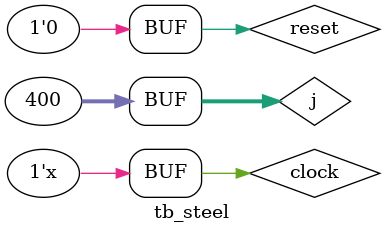
<source format=v>
`timescale 1ns / 1ps


module tb_steel();
   reg clock;
   reg reset;
   wire [31:0] instruction_in;
   wire [31:0] instruction_address;
   wire [31:0] bus_data_rdata;
   
   test_steel_soc dut (
       .clock                   (clock         ),
       .reset                   (reset         ),
       .instruction_in          (instruction_in),
       .instruction_address     (instruction_address),
       .bus_data_rdata          (bus_data_rdata)
       );
   
   always #10 clock = !clock;
   
   integer j;
   
   initial 
   begin
     reset = 1'b1;        
     clock = 1'b0;
   end
   
   initial 
   begin
   #20 reset = 1'b0;
   
   // Execution is aborted if j reaches 500000 cycles (~1ms)
   for(j = 0; j < 400; j=j+1) begin
     #20; 
     
   end
   
   end

endmodule

</source>
